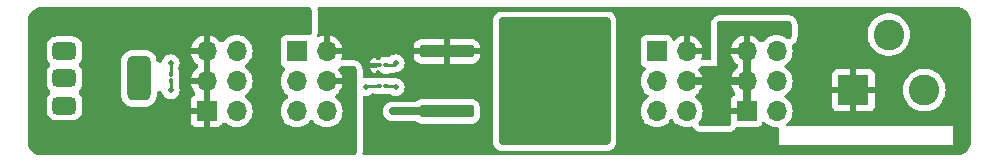
<source format=gbr>
%TF.GenerationSoftware,KiCad,Pcbnew,8.0.4*%
%TF.CreationDate,2024-11-15T14:07:30-05:00*%
%TF.ProjectId,BarrelJackAdapter,42617272-656c-44a6-9163-6b4164617074,rev?*%
%TF.SameCoordinates,Original*%
%TF.FileFunction,Copper,L1,Top*%
%TF.FilePolarity,Positive*%
%FSLAX46Y46*%
G04 Gerber Fmt 4.6, Leading zero omitted, Abs format (unit mm)*
G04 Created by KiCad (PCBNEW 8.0.4) date 2024-11-15 14:07:30*
%MOMM*%
%LPD*%
G01*
G04 APERTURE LIST*
G04 Aperture macros list*
%AMRoundRect*
0 Rectangle with rounded corners*
0 $1 Rounding radius*
0 $2 $3 $4 $5 $6 $7 $8 $9 X,Y pos of 4 corners*
0 Add a 4 corners polygon primitive as box body*
4,1,4,$2,$3,$4,$5,$6,$7,$8,$9,$2,$3,0*
0 Add four circle primitives for the rounded corners*
1,1,$1+$1,$2,$3*
1,1,$1+$1,$4,$5*
1,1,$1+$1,$6,$7*
1,1,$1+$1,$8,$9*
0 Add four rect primitives between the rounded corners*
20,1,$1+$1,$2,$3,$4,$5,0*
20,1,$1+$1,$4,$5,$6,$7,0*
20,1,$1+$1,$6,$7,$8,$9,0*
20,1,$1+$1,$8,$9,$2,$3,0*%
G04 Aperture macros list end*
%TA.AperFunction,SMDPad,CuDef*%
%ADD10RoundRect,0.100000X-0.130000X-0.100000X0.130000X-0.100000X0.130000X0.100000X-0.130000X0.100000X0*%
%TD*%
%TA.AperFunction,ComponentPad*%
%ADD11R,1.700000X1.700000*%
%TD*%
%TA.AperFunction,ComponentPad*%
%ADD12O,1.700000X1.700000*%
%TD*%
%TA.AperFunction,SMDPad,CuDef*%
%ADD13RoundRect,0.375000X-0.625000X-0.375000X0.625000X-0.375000X0.625000X0.375000X-0.625000X0.375000X0*%
%TD*%
%TA.AperFunction,SMDPad,CuDef*%
%ADD14RoundRect,0.500000X-0.500000X-1.400000X0.500000X-1.400000X0.500000X1.400000X-0.500000X1.400000X0*%
%TD*%
%TA.AperFunction,SMDPad,CuDef*%
%ADD15RoundRect,0.250000X-2.050000X-0.300000X2.050000X-0.300000X2.050000X0.300000X-2.050000X0.300000X0*%
%TD*%
%TA.AperFunction,SMDPad,CuDef*%
%ADD16RoundRect,0.250000X-2.025000X-2.375000X2.025000X-2.375000X2.025000X2.375000X-2.025000X2.375000X0*%
%TD*%
%TA.AperFunction,SMDPad,CuDef*%
%ADD17RoundRect,0.250002X-4.449998X-5.149998X4.449998X-5.149998X4.449998X5.149998X-4.449998X5.149998X0*%
%TD*%
%TA.AperFunction,SMDPad,CuDef*%
%ADD18RoundRect,0.100000X0.100000X-0.130000X0.100000X0.130000X-0.100000X0.130000X-0.100000X-0.130000X0*%
%TD*%
%TA.AperFunction,ComponentPad*%
%ADD19R,2.600000X2.600000*%
%TD*%
%TA.AperFunction,ComponentPad*%
%ADD20C,2.600000*%
%TD*%
%TA.AperFunction,ViaPad*%
%ADD21C,0.500000*%
%TD*%
%TA.AperFunction,Conductor*%
%ADD22C,0.254000*%
%TD*%
%TA.AperFunction,Conductor*%
%ADD23C,0.635000*%
%TD*%
G04 APERTURE END LIST*
D10*
%TO.P,C2,1*%
%TO.N,+5V*%
X131415000Y-71515000D03*
%TO.P,C2,2*%
%TO.N,GND*%
X132055000Y-71515000D03*
%TD*%
D11*
%TO.P,J3,1,Pin_1*%
%TO.N,unconnected-(J3-Pin_1-Pad1)*%
X124460000Y-68580000D03*
D12*
%TO.P,J3,2,Pin_2*%
%TO.N,+9V*%
X127000000Y-68580000D03*
%TO.P,J3,3,Pin_3*%
%TO.N,+3.3V*%
X124460000Y-71120000D03*
%TO.P,J3,4,Pin_4*%
%TO.N,/Vleft*%
X127000000Y-71120000D03*
%TO.P,J3,5,Pin_5*%
%TO.N,unconnected-(J3-Pin_5-Pad5)*%
X124460000Y-73660000D03*
%TO.P,J3,6,Pin_6*%
%TO.N,+5V*%
X127000000Y-73660000D03*
%TD*%
D10*
%TO.P,C1,1*%
%TO.N,+9V*%
X131415000Y-69765000D03*
%TO.P,C1,2*%
%TO.N,GND*%
X132055000Y-69765000D03*
%TD*%
D11*
%TO.P,J5,1,Pin_1*%
%TO.N,unconnected-(J5-Pin_1-Pad1)*%
X154940000Y-68580000D03*
D12*
%TO.P,J5,2,Pin_2*%
%TO.N,+9V*%
X157480000Y-68580000D03*
%TO.P,J5,3,Pin_3*%
%TO.N,+3.3V*%
X154940000Y-71120000D03*
%TO.P,J5,4,Pin_4*%
%TO.N,/Vright*%
X157480000Y-71120000D03*
%TO.P,J5,5,Pin_5*%
%TO.N,unconnected-(J5-Pin_5-Pad5)*%
X154940000Y-73660000D03*
%TO.P,J5,6,Pin_6*%
%TO.N,+5V*%
X157480000Y-73660000D03*
%TD*%
D13*
%TO.P,U1,1,GND*%
%TO.N,GND*%
X104800000Y-68580000D03*
%TO.P,U1,2,VO*%
%TO.N,+3.3V*%
X104800000Y-70880000D03*
D14*
X111100000Y-70880000D03*
D13*
%TO.P,U1,3,VI*%
%TO.N,+5V*%
X104800000Y-73180000D03*
%TD*%
D15*
%TO.P,U2,1,IN*%
%TO.N,+9V*%
X137160000Y-68580000D03*
D16*
%TO.P,U2,2,GND*%
%TO.N,GND*%
X143885000Y-68345000D03*
X143885000Y-73895000D03*
D17*
X146310000Y-71120000D03*
D16*
X148735000Y-68345000D03*
X148735000Y-73895000D03*
D15*
%TO.P,U2,3,OUT*%
%TO.N,+5V*%
X137160000Y-73660000D03*
%TD*%
D18*
%TO.P,C3,1*%
%TO.N,+3.3V*%
X113792000Y-71120000D03*
%TO.P,C3,2*%
%TO.N,GND*%
X113792000Y-70480000D03*
%TD*%
D19*
%TO.P,J1,1*%
%TO.N,+9V*%
X171600000Y-71870000D03*
D20*
%TO.P,J1,2*%
%TO.N,GND*%
X177600000Y-71870000D03*
%TO.P,J1,3*%
X174600000Y-67170000D03*
%TD*%
D11*
%TO.P,J4,1,Pin_1*%
%TO.N,/Vright*%
X162560000Y-73645000D03*
D12*
%TO.P,J4,2,Pin_2*%
%TO.N,GND*%
X165100000Y-73645000D03*
%TO.P,J4,3,Pin_3*%
%TO.N,/Vright*%
X162560000Y-71105000D03*
%TO.P,J4,4,Pin_4*%
%TO.N,GND*%
X165100000Y-71105000D03*
%TO.P,J4,5,Pin_5*%
%TO.N,/Vright*%
X162560000Y-68565000D03*
%TO.P,J4,6,Pin_6*%
%TO.N,GND*%
X165100000Y-68565000D03*
%TD*%
D11*
%TO.P,J2,1,Pin_1*%
%TO.N,/Vleft*%
X116835000Y-73645000D03*
D12*
%TO.P,J2,2,Pin_2*%
%TO.N,GND*%
X119375000Y-73645000D03*
%TO.P,J2,3,Pin_3*%
%TO.N,/Vleft*%
X116835000Y-71105000D03*
%TO.P,J2,4,Pin_4*%
%TO.N,GND*%
X119375000Y-71105000D03*
%TO.P,J2,5,Pin_5*%
%TO.N,/Vleft*%
X116835000Y-68565000D03*
%TO.P,J2,6,Pin_6*%
%TO.N,GND*%
X119375000Y-68565000D03*
%TD*%
D21*
%TO.N,GND*%
X104140000Y-68580000D03*
X143256000Y-70358000D03*
X145796000Y-70358000D03*
X147066000Y-74422000D03*
X148336000Y-72390000D03*
X148336000Y-70358000D03*
X147066000Y-71374000D03*
X132842000Y-71628000D03*
X144526000Y-69342000D03*
X145796000Y-72390000D03*
X145796000Y-74422000D03*
X144526000Y-68326000D03*
X145796000Y-69342000D03*
X144526000Y-70358000D03*
X105156000Y-68580000D03*
X149606000Y-72390000D03*
X148336000Y-68326000D03*
X113792000Y-69596000D03*
X148336000Y-73406000D03*
X149606000Y-71374000D03*
X149606000Y-74422000D03*
X147066000Y-69342000D03*
X149606000Y-70358000D03*
X147066000Y-68326000D03*
X145796000Y-68326000D03*
X144526000Y-74422000D03*
X143256000Y-68326000D03*
X148336000Y-71374000D03*
X143256000Y-73406000D03*
X145796000Y-67310000D03*
X148336000Y-69342000D03*
X143256000Y-74422000D03*
X143256000Y-69342000D03*
X149606000Y-67310000D03*
X143256000Y-67310000D03*
X143256000Y-71374000D03*
X149606000Y-73406000D03*
X145796000Y-73406000D03*
X145796000Y-71374000D03*
X147066000Y-73406000D03*
X144526000Y-67310000D03*
X149606000Y-69342000D03*
X144526000Y-73406000D03*
X147066000Y-67310000D03*
X144526000Y-71374000D03*
X147066000Y-72390000D03*
X149606000Y-68326000D03*
X143256000Y-72390000D03*
X132842000Y-69596000D03*
X148336000Y-74422000D03*
X148336000Y-67310000D03*
X144526000Y-72390000D03*
X147066000Y-70358000D03*
%TO.N,+5V*%
X132588000Y-73660000D03*
X134112000Y-73660000D03*
X130302000Y-71628000D03*
X105156000Y-73152000D03*
X133350000Y-73660000D03*
X104140000Y-73152000D03*
%TO.N,+3.3V*%
X113792000Y-71882000D03*
X111252000Y-70104000D03*
X111252000Y-71120000D03*
X111252000Y-72136000D03*
X110744000Y-71628000D03*
X110744000Y-70612000D03*
X110744000Y-69596000D03*
X104140000Y-70866000D03*
X105156000Y-70866000D03*
%TD*%
D22*
%TO.N,GND*%
X132055000Y-71515000D02*
X132729000Y-71515000D01*
X113792000Y-70480000D02*
X113792000Y-69596000D01*
X132729000Y-71515000D02*
X132842000Y-71628000D01*
X132673000Y-69765000D02*
X132842000Y-69596000D01*
X132055000Y-69765000D02*
X132673000Y-69765000D01*
%TO.N,+5V*%
X130415000Y-71515000D02*
X130302000Y-71628000D01*
D23*
X134112000Y-73660000D02*
X133350000Y-73660000D01*
X133350000Y-73660000D02*
X132588000Y-73660000D01*
X137160000Y-73660000D02*
X134112000Y-73660000D01*
D22*
X131415000Y-71515000D02*
X130415000Y-71515000D01*
%TO.N,+3.3V*%
X113792000Y-71120000D02*
X113792000Y-71882000D01*
D23*
%TO.N,/Vright*%
X157480000Y-71120000D02*
X162560000Y-71120000D01*
X162560000Y-68580000D02*
X162560000Y-73660000D01*
%TD*%
%TA.AperFunction,Conductor*%
%TO.N,/Vright*%
G36*
X166216288Y-66058954D02*
G01*
X166297070Y-66112930D01*
X166351046Y-66193712D01*
X166370000Y-66289000D01*
X166370000Y-67327282D01*
X166351046Y-67422570D01*
X166297070Y-67503352D01*
X166216288Y-67557328D01*
X166121000Y-67576282D01*
X166025712Y-67557328D01*
X165978180Y-67531251D01*
X165777830Y-67390965D01*
X165738133Y-67372454D01*
X165563663Y-67291097D01*
X165563660Y-67291096D01*
X165335401Y-67229935D01*
X165100005Y-67209341D01*
X165099995Y-67209341D01*
X164864598Y-67229935D01*
X164636335Y-67291097D01*
X164636333Y-67291098D01*
X164422177Y-67390961D01*
X164422169Y-67390965D01*
X164228600Y-67526504D01*
X164061502Y-67693602D01*
X164033661Y-67733363D01*
X163963479Y-67800546D01*
X163872929Y-67835758D01*
X163775797Y-67833637D01*
X163686871Y-67794507D01*
X163625725Y-67733361D01*
X163598110Y-67693923D01*
X163431076Y-67526889D01*
X163237576Y-67391399D01*
X163023484Y-67291566D01*
X162810001Y-67234363D01*
X162810000Y-67234364D01*
X162810000Y-68131988D01*
X162752993Y-68099075D01*
X162625826Y-68065000D01*
X162494174Y-68065000D01*
X162367007Y-68099075D01*
X162310000Y-68131988D01*
X162310000Y-67234364D01*
X162309998Y-67234363D01*
X162096516Y-67291566D01*
X162096505Y-67291570D01*
X161882428Y-67391396D01*
X161882420Y-67391400D01*
X161688923Y-67526889D01*
X161521889Y-67693923D01*
X161386400Y-67887420D01*
X161386396Y-67887428D01*
X161286570Y-68101505D01*
X161286566Y-68101516D01*
X161229363Y-68314998D01*
X161229364Y-68315000D01*
X162126988Y-68315000D01*
X162094075Y-68372007D01*
X162060000Y-68499174D01*
X162060000Y-68630826D01*
X162094075Y-68757993D01*
X162126988Y-68815000D01*
X161229364Y-68815000D01*
X161229363Y-68815001D01*
X161286566Y-69028483D01*
X161286566Y-69028485D01*
X161386399Y-69242576D01*
X161521889Y-69436076D01*
X161688923Y-69603110D01*
X161728798Y-69631031D01*
X161795982Y-69701213D01*
X161831194Y-69791762D01*
X161829075Y-69888894D01*
X161789946Y-69977821D01*
X161728798Y-70038969D01*
X161688923Y-70066889D01*
X161521889Y-70233923D01*
X161386400Y-70427420D01*
X161386396Y-70427428D01*
X161286570Y-70641505D01*
X161286566Y-70641516D01*
X161229363Y-70854998D01*
X161229364Y-70855000D01*
X162126988Y-70855000D01*
X162094075Y-70912007D01*
X162060000Y-71039174D01*
X162060000Y-71170826D01*
X162094075Y-71297993D01*
X162126988Y-71355000D01*
X161229364Y-71355000D01*
X161229363Y-71355001D01*
X161286566Y-71568483D01*
X161286566Y-71568485D01*
X161386399Y-71782576D01*
X161521896Y-71976085D01*
X161525630Y-71980536D01*
X161527865Y-71984610D01*
X161528126Y-71984983D01*
X161528085Y-71985011D01*
X161572358Y-72065716D01*
X161582932Y-72162294D01*
X161555742Y-72255566D01*
X161494928Y-72331334D01*
X161481708Y-72340359D01*
X161482169Y-72340974D01*
X161352812Y-72437810D01*
X161352810Y-72437812D01*
X161266646Y-72552912D01*
X161216403Y-72687621D01*
X161216401Y-72687628D01*
X161210000Y-72747167D01*
X161210000Y-73394999D01*
X161210001Y-73395000D01*
X162126988Y-73395000D01*
X162094075Y-73452007D01*
X162060000Y-73579174D01*
X162060000Y-73710826D01*
X162094075Y-73837993D01*
X162126988Y-73895000D01*
X161210001Y-73895000D01*
X161210000Y-73895001D01*
X161210000Y-74542832D01*
X161216401Y-74602371D01*
X161219985Y-74617537D01*
X161217195Y-74618196D01*
X161228812Y-74689895D01*
X161206466Y-74784446D01*
X161149638Y-74863247D01*
X161066980Y-74914303D01*
X160979971Y-74930000D01*
X158717717Y-74930000D01*
X158622429Y-74911046D01*
X158541647Y-74857070D01*
X158487671Y-74776288D01*
X158468717Y-74681000D01*
X158487671Y-74585712D01*
X158513748Y-74538179D01*
X158518491Y-74531404D01*
X158518495Y-74531401D01*
X158654035Y-74337830D01*
X158753903Y-74123663D01*
X158815063Y-73895408D01*
X158815099Y-73895000D01*
X158835659Y-73660005D01*
X158835659Y-73659994D01*
X158815064Y-73424598D01*
X158815063Y-73424595D01*
X158815063Y-73424592D01*
X158753903Y-73196337D01*
X158654035Y-72982171D01*
X158518495Y-72788599D01*
X158351401Y-72621505D01*
X158351397Y-72621502D01*
X158351396Y-72621501D01*
X158311638Y-72593662D01*
X158244454Y-72523481D01*
X158209242Y-72432931D01*
X158211362Y-72335800D01*
X158250491Y-72246873D01*
X158311640Y-72185724D01*
X158351075Y-72158111D01*
X158518110Y-71991076D01*
X158653600Y-71797576D01*
X158753433Y-71583485D01*
X158753433Y-71583483D01*
X158810636Y-71370001D01*
X158810636Y-71370000D01*
X157913012Y-71370000D01*
X157945925Y-71312993D01*
X157980000Y-71185826D01*
X157980000Y-71054174D01*
X157945925Y-70927007D01*
X157913012Y-70870000D01*
X158810636Y-70870000D01*
X158810636Y-70869998D01*
X158753433Y-70656516D01*
X158753429Y-70656505D01*
X158653603Y-70442428D01*
X158653599Y-70442421D01*
X158513137Y-70241821D01*
X158474008Y-70152894D01*
X158471889Y-70055762D01*
X158507101Y-69965213D01*
X158574285Y-69895031D01*
X158663212Y-69855902D01*
X158717106Y-69850000D01*
X160019999Y-69850000D01*
X160020000Y-69850000D01*
X160020000Y-66289000D01*
X160038954Y-66193712D01*
X160092930Y-66112930D01*
X160173712Y-66058954D01*
X160269000Y-66040000D01*
X166121000Y-66040000D01*
X166216288Y-66058954D01*
G37*
%TD.AperFunction*%
%TA.AperFunction,Conductor*%
G36*
X162810000Y-73211988D02*
G01*
X162752993Y-73179075D01*
X162625826Y-73145000D01*
X162494174Y-73145000D01*
X162367007Y-73179075D01*
X162310000Y-73211988D01*
X162310000Y-71538012D01*
X162367007Y-71570925D01*
X162494174Y-71605000D01*
X162625826Y-71605000D01*
X162752993Y-71570925D01*
X162810000Y-71538012D01*
X162810000Y-73211988D01*
G37*
%TD.AperFunction*%
%TA.AperFunction,Conductor*%
G36*
X162810000Y-70671988D02*
G01*
X162752993Y-70639075D01*
X162625826Y-70605000D01*
X162494174Y-70605000D01*
X162367007Y-70639075D01*
X162310000Y-70671988D01*
X162310000Y-68998012D01*
X162367007Y-69030925D01*
X162494174Y-69065000D01*
X162625826Y-69065000D01*
X162752993Y-69030925D01*
X162810000Y-68998012D01*
X162810000Y-70671988D01*
G37*
%TD.AperFunction*%
%TD*%
%TA.AperFunction,Conductor*%
%TO.N,/Vleft*%
G36*
X117085000Y-73211988D02*
G01*
X117027993Y-73179075D01*
X116900826Y-73145000D01*
X116769174Y-73145000D01*
X116642007Y-73179075D01*
X116585000Y-73211988D01*
X116585000Y-71538012D01*
X116642007Y-71570925D01*
X116769174Y-71605000D01*
X116900826Y-71605000D01*
X117027993Y-71570925D01*
X117085000Y-71538012D01*
X117085000Y-73211988D01*
G37*
%TD.AperFunction*%
%TA.AperFunction,Conductor*%
G36*
X117085000Y-70671988D02*
G01*
X117027993Y-70639075D01*
X116900826Y-70605000D01*
X116769174Y-70605000D01*
X116642007Y-70639075D01*
X116585000Y-70671988D01*
X116585000Y-68998012D01*
X116642007Y-69030925D01*
X116769174Y-69065000D01*
X116900826Y-69065000D01*
X117027993Y-69030925D01*
X117085000Y-68998012D01*
X117085000Y-70671988D01*
G37*
%TD.AperFunction*%
%TA.AperFunction,Conductor*%
G36*
X125576288Y-64864454D02*
G01*
X125657070Y-64918430D01*
X125711046Y-64999212D01*
X125730000Y-65094500D01*
X125730000Y-66995060D01*
X125711046Y-67090348D01*
X125657070Y-67171130D01*
X125576288Y-67225106D01*
X125481000Y-67244060D01*
X125423745Y-67237388D01*
X125417486Y-67235909D01*
X125357873Y-67229500D01*
X123562134Y-67229500D01*
X123562130Y-67229500D01*
X123562128Y-67229501D01*
X123549314Y-67230878D01*
X123502519Y-67235908D01*
X123502515Y-67235909D01*
X123367670Y-67286203D01*
X123252455Y-67372453D01*
X123252453Y-67372455D01*
X123166204Y-67487669D01*
X123115908Y-67622518D01*
X123109500Y-67682123D01*
X123109500Y-69477865D01*
X123109501Y-69477869D01*
X123115908Y-69537480D01*
X123115909Y-69537484D01*
X123166203Y-69672329D01*
X123166204Y-69672331D01*
X123252454Y-69787546D01*
X123367669Y-69873796D01*
X123367670Y-69873796D01*
X123381927Y-69884469D01*
X123379454Y-69887771D01*
X123427965Y-69928305D01*
X123473006Y-70014389D01*
X123481675Y-70111156D01*
X123452653Y-70203875D01*
X123424855Y-70244605D01*
X123421513Y-70248587D01*
X123285965Y-70442169D01*
X123285961Y-70442177D01*
X123186098Y-70656333D01*
X123186097Y-70656335D01*
X123124935Y-70884598D01*
X123104341Y-71119994D01*
X123104341Y-71120005D01*
X123124935Y-71355401D01*
X123182029Y-71568483D01*
X123186097Y-71583663D01*
X123246847Y-71713941D01*
X123285965Y-71797830D01*
X123417030Y-71985011D01*
X123421505Y-71991401D01*
X123588599Y-72158495D01*
X123627925Y-72186031D01*
X123695107Y-72256209D01*
X123730321Y-72346758D01*
X123728202Y-72443890D01*
X123689074Y-72532818D01*
X123627928Y-72593965D01*
X123588603Y-72621501D01*
X123421504Y-72788600D01*
X123285965Y-72982169D01*
X123285961Y-72982177D01*
X123186098Y-73196333D01*
X123186097Y-73196335D01*
X123124935Y-73424598D01*
X123104341Y-73659994D01*
X123104341Y-73660005D01*
X123124935Y-73895401D01*
X123124937Y-73895408D01*
X123186097Y-74123663D01*
X123211305Y-74177722D01*
X123285965Y-74337830D01*
X123350852Y-74430499D01*
X123421505Y-74531401D01*
X123588599Y-74698495D01*
X123782170Y-74834035D01*
X123996337Y-74933903D01*
X124224592Y-74995063D01*
X124224595Y-74995063D01*
X124224598Y-74995064D01*
X124459995Y-75015659D01*
X124460000Y-75015659D01*
X124460005Y-75015659D01*
X124695401Y-74995064D01*
X124695403Y-74995063D01*
X124695408Y-74995063D01*
X124923663Y-74933903D01*
X125137830Y-74834035D01*
X125331401Y-74698495D01*
X125498495Y-74531401D01*
X125526032Y-74492074D01*
X125596211Y-74424891D01*
X125686760Y-74389678D01*
X125783892Y-74391797D01*
X125872819Y-74430925D01*
X125933967Y-74492073D01*
X125961505Y-74531401D01*
X126128599Y-74698495D01*
X126322170Y-74834035D01*
X126536337Y-74933903D01*
X126764592Y-74995063D01*
X126764595Y-74995063D01*
X126764598Y-74995064D01*
X126999995Y-75015659D01*
X127000000Y-75015659D01*
X127000005Y-75015659D01*
X127235401Y-74995064D01*
X127235403Y-74995063D01*
X127235408Y-74995063D01*
X127463663Y-74933903D01*
X127677830Y-74834035D01*
X127871401Y-74698495D01*
X128038495Y-74531401D01*
X128174035Y-74337830D01*
X128273903Y-74123663D01*
X128335063Y-73895408D01*
X128335099Y-73895000D01*
X128355659Y-73660005D01*
X128355659Y-73659994D01*
X128335064Y-73424598D01*
X128335063Y-73424595D01*
X128335063Y-73424592D01*
X128273903Y-73196337D01*
X128233955Y-73110670D01*
X128174038Y-72982177D01*
X128174034Y-72982169D01*
X128108847Y-72889072D01*
X128038495Y-72788599D01*
X127871401Y-72621505D01*
X127871397Y-72621502D01*
X127871396Y-72621501D01*
X127831638Y-72593662D01*
X127764454Y-72523481D01*
X127729242Y-72432931D01*
X127731362Y-72335800D01*
X127770491Y-72246873D01*
X127831640Y-72185724D01*
X127871075Y-72158111D01*
X128038110Y-71991076D01*
X128173600Y-71797576D01*
X128273433Y-71583485D01*
X128273433Y-71583483D01*
X128330636Y-71370001D01*
X128330636Y-71370000D01*
X127433012Y-71370000D01*
X127465925Y-71312993D01*
X127500000Y-71185826D01*
X127500000Y-71054174D01*
X127465925Y-70927007D01*
X127433012Y-70870000D01*
X128330636Y-70870000D01*
X128330636Y-70869998D01*
X128273433Y-70656516D01*
X128273429Y-70656505D01*
X128173603Y-70442428D01*
X128173599Y-70442421D01*
X128033137Y-70241821D01*
X127994008Y-70152894D01*
X127991889Y-70055762D01*
X128027101Y-69965213D01*
X128094285Y-69895031D01*
X128183212Y-69855902D01*
X128237106Y-69850000D01*
X129291000Y-69850000D01*
X129386288Y-69868954D01*
X129467070Y-69922930D01*
X129521046Y-70003712D01*
X129540000Y-70099000D01*
X129540000Y-77145500D01*
X129521046Y-77240788D01*
X129467070Y-77321570D01*
X129386288Y-77375546D01*
X129291000Y-77394500D01*
X102879777Y-77394500D01*
X102860242Y-77393732D01*
X102833815Y-77391652D01*
X102702676Y-77381331D01*
X102664084Y-77375219D01*
X102519933Y-77340611D01*
X102482774Y-77328537D01*
X102345811Y-77271805D01*
X102310998Y-77254067D01*
X102265670Y-77226290D01*
X102184593Y-77176606D01*
X102152998Y-77153651D01*
X102040252Y-77057357D01*
X102012642Y-77029747D01*
X101916346Y-76916999D01*
X101893395Y-76885408D01*
X101815930Y-76758998D01*
X101798194Y-76724188D01*
X101741462Y-76587225D01*
X101729388Y-76550066D01*
X101694780Y-76405915D01*
X101688668Y-76367321D01*
X101676268Y-76209757D01*
X101675500Y-76190222D01*
X101675500Y-68128880D01*
X103299500Y-68128880D01*
X103299500Y-69031111D01*
X103299501Y-69031130D01*
X103302400Y-69073890D01*
X103302400Y-69073892D01*
X103348359Y-69258694D01*
X103432967Y-69429291D01*
X103432969Y-69429294D01*
X103432970Y-69429296D01*
X103472809Y-69478858D01*
X103549286Y-69574000D01*
X103594211Y-69660144D01*
X103602751Y-69756923D01*
X103573605Y-69849603D01*
X103549286Y-69886000D01*
X103432969Y-70030705D01*
X103432967Y-70030708D01*
X103348358Y-70201306D01*
X103302399Y-70386112D01*
X103302398Y-70386123D01*
X103299501Y-70428847D01*
X103299500Y-70428880D01*
X103299500Y-71331111D01*
X103299501Y-71331130D01*
X103302400Y-71373890D01*
X103302400Y-71373892D01*
X103348359Y-71558694D01*
X103432967Y-71729291D01*
X103432969Y-71729294D01*
X103432970Y-71729296D01*
X103475798Y-71782576D01*
X103549286Y-71874000D01*
X103594211Y-71960144D01*
X103602751Y-72056923D01*
X103573605Y-72149603D01*
X103549286Y-72186000D01*
X103432969Y-72330705D01*
X103432967Y-72330708D01*
X103348358Y-72501306D01*
X103302399Y-72686112D01*
X103302398Y-72686123D01*
X103299501Y-72728847D01*
X103299500Y-72728880D01*
X103299500Y-73631111D01*
X103299501Y-73631130D01*
X103302400Y-73673890D01*
X103302400Y-73673892D01*
X103348359Y-73858694D01*
X103432967Y-74029291D01*
X103432968Y-74029293D01*
X103432970Y-74029296D01*
X103552278Y-74177722D01*
X103700704Y-74297030D01*
X103700707Y-74297031D01*
X103700708Y-74297032D01*
X103871306Y-74381641D01*
X103963709Y-74404620D01*
X104056111Y-74427600D01*
X104056114Y-74427600D01*
X104056123Y-74427601D01*
X104098847Y-74430498D01*
X104098877Y-74430500D01*
X105501122Y-74430499D01*
X105543889Y-74427600D01*
X105728693Y-74381641D01*
X105899296Y-74297030D01*
X106047722Y-74177722D01*
X106167030Y-74029296D01*
X106251641Y-73858693D01*
X106297600Y-73673889D01*
X106298542Y-73660005D01*
X106300498Y-73631152D01*
X106300497Y-73631152D01*
X106300500Y-73631123D01*
X106300499Y-72728878D01*
X106297600Y-72686111D01*
X106251641Y-72501307D01*
X106167030Y-72330704D01*
X106050712Y-72185998D01*
X106005788Y-72099857D01*
X105997248Y-72003078D01*
X106026393Y-71910398D01*
X106050710Y-71874003D01*
X106167030Y-71729296D01*
X106251641Y-71558693D01*
X106297600Y-71373889D01*
X106300500Y-71331123D01*
X106300499Y-70428878D01*
X106297600Y-70386111D01*
X106251641Y-70201307D01*
X106167030Y-70030704D01*
X106050712Y-69885998D01*
X106005788Y-69799857D01*
X105997248Y-69703078D01*
X106026393Y-69610398D01*
X106050710Y-69574003D01*
X106167030Y-69429296D01*
X106170667Y-69421963D01*
X109599500Y-69421963D01*
X109599500Y-72338031D01*
X109599501Y-72338043D01*
X109610113Y-72457414D01*
X109610113Y-72457417D01*
X109610114Y-72457418D01*
X109649187Y-72593970D01*
X109666090Y-72653045D01*
X109666093Y-72653053D01*
X109705700Y-72728878D01*
X109760302Y-72833407D01*
X109888891Y-72991109D01*
X110046593Y-73119698D01*
X110226951Y-73213909D01*
X110422582Y-73269886D01*
X110541963Y-73280500D01*
X111658036Y-73280499D01*
X111777418Y-73269886D01*
X111973049Y-73213909D01*
X112153407Y-73119698D01*
X112311109Y-72991109D01*
X112439698Y-72833407D01*
X112484746Y-72747167D01*
X115485000Y-72747167D01*
X115485000Y-73394999D01*
X115485001Y-73395000D01*
X116401988Y-73395000D01*
X116369075Y-73452007D01*
X116335000Y-73579174D01*
X116335000Y-73710826D01*
X116369075Y-73837993D01*
X116401988Y-73895000D01*
X115485001Y-73895000D01*
X115485000Y-73895001D01*
X115485000Y-74542832D01*
X115491401Y-74602371D01*
X115491403Y-74602378D01*
X115541646Y-74737087D01*
X115627810Y-74852187D01*
X115627812Y-74852189D01*
X115742912Y-74938353D01*
X115877621Y-74988596D01*
X115877628Y-74988598D01*
X115937167Y-74994999D01*
X115937175Y-74995000D01*
X116584999Y-74995000D01*
X116585000Y-74994999D01*
X116585000Y-74078012D01*
X116642007Y-74110925D01*
X116769174Y-74145000D01*
X116900826Y-74145000D01*
X117027993Y-74110925D01*
X117085000Y-74078012D01*
X117085000Y-74994999D01*
X117085001Y-74995000D01*
X117732825Y-74995000D01*
X117732832Y-74994999D01*
X117792371Y-74988598D01*
X117792378Y-74988596D01*
X117927087Y-74938353D01*
X118042187Y-74852189D01*
X118042189Y-74852187D01*
X118139026Y-74722831D01*
X118142313Y-74725291D01*
X118182897Y-74676714D01*
X118268978Y-74631667D01*
X118365745Y-74622991D01*
X118458466Y-74652007D01*
X118499223Y-74679823D01*
X118503593Y-74683489D01*
X118503599Y-74683495D01*
X118697170Y-74819035D01*
X118911337Y-74918903D01*
X119139592Y-74980063D01*
X119139595Y-74980063D01*
X119139598Y-74980064D01*
X119374995Y-75000659D01*
X119375000Y-75000659D01*
X119375005Y-75000659D01*
X119610401Y-74980064D01*
X119610403Y-74980063D01*
X119610408Y-74980063D01*
X119838663Y-74918903D01*
X120052830Y-74819035D01*
X120246401Y-74683495D01*
X120413495Y-74516401D01*
X120549035Y-74322830D01*
X120648903Y-74108663D01*
X120710063Y-73880408D01*
X120724900Y-73710826D01*
X120730659Y-73645005D01*
X120730659Y-73644994D01*
X120710064Y-73409598D01*
X120710063Y-73409595D01*
X120710063Y-73409592D01*
X120648903Y-73181337D01*
X120560196Y-72991106D01*
X120549038Y-72967177D01*
X120549034Y-72967169D01*
X120494350Y-72889072D01*
X120413495Y-72773599D01*
X120246401Y-72606505D01*
X120207074Y-72578967D01*
X120139891Y-72508789D01*
X120104678Y-72418240D01*
X120106797Y-72321108D01*
X120145925Y-72232181D01*
X120207073Y-72171032D01*
X120246401Y-72143495D01*
X120413495Y-71976401D01*
X120549035Y-71782830D01*
X120648903Y-71568663D01*
X120710063Y-71340408D01*
X120710875Y-71331130D01*
X120730659Y-71105005D01*
X120730659Y-71104994D01*
X120710064Y-70869598D01*
X120710063Y-70869595D01*
X120710063Y-70869592D01*
X120648903Y-70641337D01*
X120556146Y-70442421D01*
X120549038Y-70427177D01*
X120549034Y-70427169D01*
X120467439Y-70310640D01*
X120413495Y-70233599D01*
X120246401Y-70066505D01*
X120207074Y-70038967D01*
X120139891Y-69968789D01*
X120104678Y-69878240D01*
X120106797Y-69781108D01*
X120145925Y-69692181D01*
X120207073Y-69631032D01*
X120246401Y-69603495D01*
X120413495Y-69436401D01*
X120549035Y-69242830D01*
X120648903Y-69028663D01*
X120710063Y-68800408D01*
X120710064Y-68800401D01*
X120730659Y-68565005D01*
X120730659Y-68564994D01*
X120710064Y-68329598D01*
X120710063Y-68329595D01*
X120710063Y-68329592D01*
X120648903Y-68101337D01*
X120549035Y-67887171D01*
X120413495Y-67693599D01*
X120246401Y-67526505D01*
X120190937Y-67487669D01*
X120052830Y-67390965D01*
X119921018Y-67329500D01*
X119838663Y-67291097D01*
X119838660Y-67291096D01*
X119610401Y-67229935D01*
X119375005Y-67209341D01*
X119374995Y-67209341D01*
X119139598Y-67229935D01*
X118911335Y-67291097D01*
X118911333Y-67291098D01*
X118697177Y-67390961D01*
X118697169Y-67390965D01*
X118503600Y-67526504D01*
X118336502Y-67693602D01*
X118308661Y-67733363D01*
X118238479Y-67800546D01*
X118147929Y-67835758D01*
X118050797Y-67833637D01*
X117961871Y-67794507D01*
X117900725Y-67733361D01*
X117873110Y-67693923D01*
X117706076Y-67526889D01*
X117512576Y-67391399D01*
X117298484Y-67291566D01*
X117085001Y-67234363D01*
X117085000Y-67234364D01*
X117085000Y-68131988D01*
X117027993Y-68099075D01*
X116900826Y-68065000D01*
X116769174Y-68065000D01*
X116642007Y-68099075D01*
X116585000Y-68131988D01*
X116585000Y-67234364D01*
X116584998Y-67234363D01*
X116371516Y-67291566D01*
X116371505Y-67291570D01*
X116157428Y-67391396D01*
X116157420Y-67391400D01*
X115963923Y-67526889D01*
X115796889Y-67693923D01*
X115661400Y-67887420D01*
X115661396Y-67887428D01*
X115561570Y-68101505D01*
X115561566Y-68101516D01*
X115504363Y-68314998D01*
X115504364Y-68315000D01*
X116401988Y-68315000D01*
X116369075Y-68372007D01*
X116335000Y-68499174D01*
X116335000Y-68630826D01*
X116369075Y-68757993D01*
X116401988Y-68815000D01*
X115504364Y-68815000D01*
X115504363Y-68815001D01*
X115561566Y-69028483D01*
X115561566Y-69028485D01*
X115661399Y-69242576D01*
X115796889Y-69436076D01*
X115963923Y-69603110D01*
X116003798Y-69631031D01*
X116070982Y-69701213D01*
X116106194Y-69791762D01*
X116104075Y-69888894D01*
X116064946Y-69977821D01*
X116003798Y-70038969D01*
X115963923Y-70066889D01*
X115796889Y-70233923D01*
X115661400Y-70427420D01*
X115661396Y-70427428D01*
X115561570Y-70641505D01*
X115561566Y-70641516D01*
X115504363Y-70854998D01*
X115504364Y-70855000D01*
X116401988Y-70855000D01*
X116369075Y-70912007D01*
X116335000Y-71039174D01*
X116335000Y-71170826D01*
X116369075Y-71297993D01*
X116401988Y-71355000D01*
X115504364Y-71355000D01*
X115504363Y-71355001D01*
X115561566Y-71568483D01*
X115561566Y-71568485D01*
X115661399Y-71782576D01*
X115796896Y-71976085D01*
X115800630Y-71980536D01*
X115802865Y-71984610D01*
X115803126Y-71984983D01*
X115803085Y-71985011D01*
X115847358Y-72065716D01*
X115857932Y-72162294D01*
X115830742Y-72255566D01*
X115769928Y-72331334D01*
X115756708Y-72340359D01*
X115757169Y-72340974D01*
X115627812Y-72437810D01*
X115627810Y-72437812D01*
X115541646Y-72552912D01*
X115491403Y-72687621D01*
X115491401Y-72687628D01*
X115485000Y-72747167D01*
X112484746Y-72747167D01*
X112533909Y-72653049D01*
X112589886Y-72457418D01*
X112600500Y-72338037D01*
X112600499Y-72214715D01*
X112619452Y-72119432D01*
X112673428Y-72038650D01*
X112754209Y-71984673D01*
X112849497Y-71965718D01*
X112944785Y-71984671D01*
X113025567Y-72038647D01*
X113079544Y-72119428D01*
X113084526Y-72132478D01*
X113111543Y-72209688D01*
X113111544Y-72209690D01*
X113201523Y-72352890D01*
X113321110Y-72472477D01*
X113417142Y-72532818D01*
X113464313Y-72562458D01*
X113554372Y-72593970D01*
X113623941Y-72618313D01*
X113623942Y-72618313D01*
X113623946Y-72618314D01*
X113791996Y-72637249D01*
X113792000Y-72637249D01*
X113792004Y-72637249D01*
X113960053Y-72618314D01*
X113960055Y-72618313D01*
X113960059Y-72618313D01*
X114045978Y-72588248D01*
X114119686Y-72562458D01*
X114119688Y-72562456D01*
X114119690Y-72562456D01*
X114262890Y-72472477D01*
X114382477Y-72352890D01*
X114472456Y-72209690D01*
X114472456Y-72209688D01*
X114472458Y-72209686D01*
X114498248Y-72135978D01*
X114528313Y-72050059D01*
X114534288Y-71997030D01*
X114547249Y-71882003D01*
X114547249Y-71881996D01*
X114528314Y-71713946D01*
X114528314Y-71713945D01*
X114483518Y-71585925D01*
X114477961Y-71570044D01*
X114464381Y-71473845D01*
X114475920Y-71423351D01*
X114472821Y-71422521D01*
X114477041Y-71406767D01*
X114477044Y-71406762D01*
X114492500Y-71289361D01*
X114492499Y-70950640D01*
X114489388Y-70927007D01*
X114476947Y-70832498D01*
X114476947Y-70767499D01*
X114485188Y-70704901D01*
X114492500Y-70649361D01*
X114492499Y-70310640D01*
X114477044Y-70193238D01*
X114457156Y-70145224D01*
X114438203Y-70049940D01*
X114457157Y-69954652D01*
X114466588Y-69936396D01*
X114466385Y-69936299D01*
X114472452Y-69923698D01*
X114472453Y-69923694D01*
X114472456Y-69923690D01*
X114528313Y-69764059D01*
X114529117Y-69756923D01*
X114547249Y-69596003D01*
X114547249Y-69595996D01*
X114528314Y-69427946D01*
X114528313Y-69427942D01*
X114526221Y-69421964D01*
X114488876Y-69315235D01*
X114472458Y-69268313D01*
X114445031Y-69224664D01*
X114382477Y-69125110D01*
X114262890Y-69005523D01*
X114137281Y-68926597D01*
X114119686Y-68915541D01*
X113960057Y-68859686D01*
X113960053Y-68859685D01*
X113792004Y-68840751D01*
X113791996Y-68840751D01*
X113623946Y-68859685D01*
X113623942Y-68859686D01*
X113464313Y-68915541D01*
X113321111Y-69005522D01*
X113201522Y-69125111D01*
X113111542Y-69268312D01*
X113074060Y-69375432D01*
X113024698Y-69459113D01*
X112947070Y-69517534D01*
X112852995Y-69541801D01*
X112756794Y-69528220D01*
X112673113Y-69478858D01*
X112614692Y-69401230D01*
X112591011Y-69315235D01*
X112589886Y-69302587D01*
X112589886Y-69302582D01*
X112533909Y-69106951D01*
X112439698Y-68926593D01*
X112311109Y-68768891D01*
X112153407Y-68640302D01*
X112153402Y-68640299D01*
X111973053Y-68546093D01*
X111973052Y-68546092D01*
X111973049Y-68546091D01*
X111777418Y-68490114D01*
X111658037Y-68479500D01*
X111658035Y-68479500D01*
X110541968Y-68479500D01*
X110541956Y-68479501D01*
X110422585Y-68490113D01*
X110226954Y-68546090D01*
X110226946Y-68546093D01*
X110046597Y-68640299D01*
X110046592Y-68640302D01*
X109888893Y-68768889D01*
X109888889Y-68768893D01*
X109760302Y-68926592D01*
X109760299Y-68926597D01*
X109666093Y-69106946D01*
X109666090Y-69106954D01*
X109610115Y-69302578D01*
X109610114Y-69302582D01*
X109599500Y-69421963D01*
X106170667Y-69421963D01*
X106251641Y-69258693D01*
X106297600Y-69073889D01*
X106300500Y-69031123D01*
X106300499Y-68128878D01*
X106297600Y-68086111D01*
X106251641Y-67901307D01*
X106167030Y-67730704D01*
X106047722Y-67582278D01*
X105899296Y-67462970D01*
X105899293Y-67462968D01*
X105899291Y-67462967D01*
X105728693Y-67378358D01*
X105543887Y-67332399D01*
X105543876Y-67332398D01*
X105501152Y-67329501D01*
X105501126Y-67329500D01*
X105501123Y-67329500D01*
X105501119Y-67329500D01*
X104098888Y-67329500D01*
X104098869Y-67329501D01*
X104056109Y-67332400D01*
X104056107Y-67332400D01*
X103871305Y-67378359D01*
X103700708Y-67462967D01*
X103700704Y-67462970D01*
X103552281Y-67582275D01*
X103552275Y-67582281D01*
X103432970Y-67730704D01*
X103432967Y-67730708D01*
X103348358Y-67901306D01*
X103302399Y-68086112D01*
X103302398Y-68086123D01*
X103299501Y-68128847D01*
X103299500Y-68128880D01*
X101675500Y-68128880D01*
X101675500Y-66049777D01*
X101676268Y-66030242D01*
X101688668Y-65872678D01*
X101694778Y-65834092D01*
X101729389Y-65689926D01*
X101741462Y-65652774D01*
X101798196Y-65515806D01*
X101815927Y-65481006D01*
X101893398Y-65354584D01*
X101916341Y-65323006D01*
X102012648Y-65210245D01*
X102040245Y-65182648D01*
X102153006Y-65086341D01*
X102184584Y-65063398D01*
X102311006Y-64985927D01*
X102345806Y-64968196D01*
X102482778Y-64911460D01*
X102519926Y-64899389D01*
X102664092Y-64864778D01*
X102702674Y-64858668D01*
X102838894Y-64847948D01*
X102860242Y-64846268D01*
X102879777Y-64845500D01*
X125481000Y-64845500D01*
X125576288Y-64864454D01*
G37*
%TD.AperFunction*%
%TD*%
%TA.AperFunction,Conductor*%
%TO.N,+9V*%
G36*
X180344853Y-64845882D02*
G01*
X180373863Y-64848165D01*
X180517136Y-64859440D01*
X180536346Y-64862483D01*
X180699638Y-64901686D01*
X180718130Y-64907694D01*
X180841090Y-64958626D01*
X180873277Y-64971959D01*
X180890614Y-64980793D01*
X181033786Y-65068529D01*
X181049527Y-65079965D01*
X181177217Y-65189022D01*
X181190977Y-65202782D01*
X181300034Y-65330472D01*
X181311470Y-65346213D01*
X181399206Y-65489385D01*
X181408040Y-65506722D01*
X181472302Y-65661862D01*
X181478315Y-65680368D01*
X181517515Y-65843648D01*
X181520559Y-65862866D01*
X181534118Y-66035146D01*
X181534500Y-66044875D01*
X181534500Y-76195124D01*
X181534118Y-76204853D01*
X181520559Y-76377133D01*
X181517515Y-76396351D01*
X181478315Y-76559631D01*
X181472302Y-76578137D01*
X181408040Y-76733277D01*
X181399206Y-76750614D01*
X181311470Y-76893786D01*
X181300034Y-76909527D01*
X181190977Y-77037217D01*
X181177217Y-77050977D01*
X181049527Y-77160034D01*
X181033786Y-77171470D01*
X180890614Y-77259206D01*
X180873277Y-77268040D01*
X180718137Y-77332302D01*
X180699631Y-77338315D01*
X180536351Y-77377515D01*
X180517133Y-77380559D01*
X180344854Y-77394118D01*
X180335125Y-77394500D01*
X130156968Y-77394500D01*
X130089929Y-77374815D01*
X130044174Y-77322011D01*
X130034230Y-77252853D01*
X130035353Y-77246299D01*
X130035787Y-77244118D01*
X130045500Y-77145500D01*
X130045500Y-73579429D01*
X131770000Y-73579429D01*
X131770000Y-73740570D01*
X131801433Y-73898594D01*
X131801435Y-73898602D01*
X131863096Y-74047466D01*
X131952619Y-74181447D01*
X132066552Y-74295380D01*
X132200533Y-74384903D01*
X132274965Y-74415733D01*
X132349398Y-74446565D01*
X132507429Y-74477999D01*
X132507433Y-74478000D01*
X132507434Y-74478000D01*
X133269434Y-74478000D01*
X134031434Y-74478000D01*
X134515270Y-74478000D01*
X134582309Y-74497685D01*
X134602951Y-74514319D01*
X134641344Y-74552712D01*
X134790666Y-74644814D01*
X134957203Y-74699999D01*
X135059991Y-74710500D01*
X139260008Y-74710499D01*
X139362797Y-74699999D01*
X139529334Y-74644814D01*
X139678656Y-74552712D01*
X139802712Y-74428656D01*
X139894814Y-74279334D01*
X139949999Y-74112797D01*
X139960500Y-74010009D01*
X139960499Y-73309992D01*
X139956672Y-73272532D01*
X139949999Y-73207203D01*
X139949998Y-73207200D01*
X139913842Y-73098089D01*
X139894814Y-73040666D01*
X139802712Y-72891344D01*
X139678656Y-72767288D01*
X139529334Y-72675186D01*
X139362797Y-72620001D01*
X139362795Y-72620000D01*
X139260010Y-72609500D01*
X135059998Y-72609500D01*
X135059981Y-72609501D01*
X134957203Y-72620000D01*
X134957200Y-72620001D01*
X134790668Y-72675185D01*
X134790663Y-72675187D01*
X134641342Y-72767289D01*
X134602951Y-72805681D01*
X134541628Y-72839166D01*
X134515270Y-72842000D01*
X132507429Y-72842000D01*
X132349405Y-72873433D01*
X132349397Y-72873435D01*
X132200533Y-72935096D01*
X132066552Y-73024619D01*
X131952619Y-73138552D01*
X131863096Y-73272533D01*
X131801435Y-73421397D01*
X131801433Y-73421405D01*
X131770000Y-73579429D01*
X130045500Y-73579429D01*
X130045500Y-72493104D01*
X130065185Y-72426065D01*
X130117989Y-72380310D01*
X130183384Y-72369884D01*
X130301998Y-72383249D01*
X130302000Y-72383249D01*
X130302003Y-72383249D01*
X130470056Y-72364314D01*
X130470059Y-72364313D01*
X130629690Y-72308456D01*
X130629692Y-72308454D01*
X130629694Y-72308454D01*
X130629697Y-72308452D01*
X130772884Y-72218481D01*
X130772885Y-72218480D01*
X130772890Y-72218477D01*
X130812548Y-72178819D01*
X130873871Y-72145334D01*
X130900229Y-72142500D01*
X130964650Y-72142500D01*
X131012102Y-72151938D01*
X131128238Y-72200044D01*
X131245639Y-72215500D01*
X131584360Y-72215499D01*
X131584363Y-72215499D01*
X131701755Y-72200045D01*
X131701755Y-72200044D01*
X131701762Y-72200044D01*
X131701767Y-72200041D01*
X131702900Y-72199739D01*
X131704085Y-72199738D01*
X131709821Y-72198984D01*
X131709920Y-72199738D01*
X131760080Y-72199737D01*
X131760180Y-72198983D01*
X131765907Y-72199737D01*
X131767091Y-72199737D01*
X131768234Y-72200043D01*
X131768236Y-72200043D01*
X131768238Y-72200044D01*
X131885639Y-72215500D01*
X132224360Y-72215499D01*
X132297458Y-72205876D01*
X132366494Y-72216642D01*
X132379614Y-72223820D01*
X132514310Y-72308456D01*
X132635621Y-72350904D01*
X132673943Y-72364314D01*
X132841997Y-72383249D01*
X132842000Y-72383249D01*
X132842003Y-72383249D01*
X133010056Y-72364314D01*
X133010059Y-72364313D01*
X133169690Y-72308456D01*
X133169692Y-72308454D01*
X133169694Y-72308454D01*
X133169697Y-72308452D01*
X133312884Y-72218481D01*
X133312885Y-72218480D01*
X133312890Y-72218477D01*
X133432477Y-72098890D01*
X133500017Y-71991402D01*
X133522452Y-71955697D01*
X133522454Y-71955694D01*
X133522454Y-71955692D01*
X133522456Y-71955690D01*
X133578313Y-71796059D01*
X133578313Y-71796058D01*
X133578314Y-71796056D01*
X133597249Y-71628002D01*
X133597249Y-71627997D01*
X133578314Y-71459943D01*
X133541737Y-71355413D01*
X133522456Y-71300310D01*
X133522455Y-71300309D01*
X133522454Y-71300305D01*
X133522452Y-71300302D01*
X133432481Y-71157115D01*
X133432476Y-71157109D01*
X133312890Y-71037523D01*
X133312884Y-71037518D01*
X133169697Y-70947547D01*
X133169694Y-70947545D01*
X133010056Y-70891685D01*
X132842003Y-70872751D01*
X132841998Y-70872751D01*
X132718023Y-70886720D01*
X132704139Y-70887500D01*
X132505350Y-70887500D01*
X132457897Y-70878061D01*
X132341762Y-70829956D01*
X132341760Y-70829955D01*
X132224361Y-70814500D01*
X131885636Y-70814500D01*
X131768234Y-70829955D01*
X131767083Y-70830264D01*
X131765891Y-70830264D01*
X131760179Y-70831016D01*
X131760080Y-70830264D01*
X131709919Y-70830264D01*
X131709820Y-70831017D01*
X131704107Y-70830264D01*
X131702917Y-70830265D01*
X131701765Y-70829956D01*
X131584361Y-70814500D01*
X131245636Y-70814500D01*
X131128246Y-70829953D01*
X131128237Y-70829956D01*
X131012103Y-70878061D01*
X130964650Y-70887500D01*
X130439861Y-70887500D01*
X130425977Y-70886720D01*
X130302002Y-70872751D01*
X130301996Y-70872751D01*
X130183383Y-70886115D01*
X130114561Y-70874060D01*
X130063182Y-70826711D01*
X130045500Y-70762895D01*
X130045500Y-70099002D01*
X130045500Y-70099000D01*
X130035787Y-70000382D01*
X130016833Y-69905094D01*
X130008845Y-69873797D01*
X130003453Y-69852672D01*
X130003452Y-69852670D01*
X130003451Y-69852665D01*
X129941356Y-69722874D01*
X129887380Y-69642092D01*
X129854947Y-69598767D01*
X129817355Y-69565000D01*
X130692987Y-69565000D01*
X131200500Y-69565000D01*
X131267539Y-69584685D01*
X131313294Y-69637489D01*
X131324500Y-69688999D01*
X131324501Y-69840999D01*
X131304817Y-69908039D01*
X131252013Y-69953794D01*
X131200501Y-69965000D01*
X130692990Y-69965000D01*
X130692988Y-69965001D01*
X130700442Y-70021627D01*
X130700444Y-70021633D01*
X130760899Y-70167585D01*
X130857075Y-70292924D01*
X130982413Y-70389100D01*
X131128365Y-70449554D01*
X131128369Y-70449555D01*
X131215000Y-70460961D01*
X131215000Y-70291431D01*
X131234685Y-70224392D01*
X131287489Y-70178637D01*
X131356647Y-70168693D01*
X131420203Y-70197718D01*
X131437372Y-70215941D01*
X131496718Y-70293282D01*
X131566487Y-70346817D01*
X131607689Y-70403243D01*
X131615000Y-70445192D01*
X131615000Y-70460959D01*
X131615001Y-70460960D01*
X131701622Y-70449558D01*
X131701917Y-70449479D01*
X131702222Y-70449478D01*
X131709690Y-70448496D01*
X131709819Y-70449478D01*
X131760115Y-70449476D01*
X131760180Y-70448983D01*
X131763925Y-70449476D01*
X131766121Y-70449476D01*
X131768230Y-70450040D01*
X131768238Y-70450044D01*
X131885639Y-70465500D01*
X132224360Y-70465499D01*
X132224363Y-70465499D01*
X132341753Y-70450046D01*
X132341757Y-70450044D01*
X132341762Y-70450044D01*
X132457897Y-70401938D01*
X132505350Y-70392500D01*
X132734804Y-70392500D01*
X132734805Y-70392499D01*
X132856035Y-70368386D01*
X132901938Y-70349371D01*
X132935506Y-70340713D01*
X133010055Y-70332314D01*
X133010057Y-70332313D01*
X133010059Y-70332313D01*
X133169690Y-70276456D01*
X133169693Y-70276453D01*
X133169697Y-70276452D01*
X133312884Y-70186481D01*
X133312885Y-70186480D01*
X133312890Y-70186477D01*
X133432477Y-70066890D01*
X133432481Y-70066884D01*
X133522452Y-69923697D01*
X133522454Y-69923694D01*
X133522454Y-69923692D01*
X133522456Y-69923690D01*
X133578313Y-69764059D01*
X133578313Y-69764058D01*
X133578314Y-69764056D01*
X133597249Y-69596002D01*
X133597249Y-69595997D01*
X133578314Y-69427943D01*
X133522454Y-69268305D01*
X133522452Y-69268302D01*
X133432481Y-69125115D01*
X133432476Y-69125109D01*
X133312890Y-69005523D01*
X133312884Y-69005518D01*
X133192676Y-68929986D01*
X134360001Y-68929986D01*
X134370494Y-69032697D01*
X134425641Y-69199119D01*
X134425643Y-69199124D01*
X134517684Y-69348345D01*
X134641654Y-69472315D01*
X134790875Y-69564356D01*
X134790880Y-69564358D01*
X134957302Y-69619505D01*
X134957309Y-69619506D01*
X135060019Y-69629999D01*
X136909999Y-69629999D01*
X137410000Y-69629999D01*
X139259972Y-69629999D01*
X139259986Y-69629998D01*
X139362697Y-69619505D01*
X139529119Y-69564358D01*
X139529124Y-69564356D01*
X139678345Y-69472315D01*
X139802315Y-69348345D01*
X139894356Y-69199124D01*
X139894358Y-69199119D01*
X139949505Y-69032697D01*
X139949506Y-69032690D01*
X139959999Y-68929986D01*
X139960000Y-68929973D01*
X139960000Y-68830000D01*
X137410000Y-68830000D01*
X137410000Y-69629999D01*
X136909999Y-69629999D01*
X136910000Y-69629998D01*
X136910000Y-68830000D01*
X134360001Y-68830000D01*
X134360001Y-68929986D01*
X133192676Y-68929986D01*
X133169697Y-68915547D01*
X133169694Y-68915545D01*
X133010056Y-68859685D01*
X132842003Y-68840751D01*
X132841997Y-68840751D01*
X132673943Y-68859685D01*
X132514305Y-68915545D01*
X132514302Y-68915547D01*
X132371112Y-69005520D01*
X132345159Y-69031473D01*
X132283835Y-69064957D01*
X132241294Y-69066729D01*
X132224371Y-69064501D01*
X132224366Y-69064500D01*
X132224361Y-69064500D01*
X132224354Y-69064500D01*
X131885637Y-69064500D01*
X131768236Y-69079955D01*
X131766111Y-69080525D01*
X131763910Y-69080525D01*
X131760181Y-69081016D01*
X131760116Y-69080525D01*
X131709815Y-69080525D01*
X131709687Y-69081505D01*
X131702251Y-69080525D01*
X131701937Y-69080526D01*
X131701633Y-69080444D01*
X131615000Y-69069038D01*
X131615000Y-69084807D01*
X131595315Y-69151846D01*
X131566488Y-69183181D01*
X131496718Y-69236718D01*
X131437374Y-69314056D01*
X131380948Y-69355257D01*
X131311202Y-69359412D01*
X131250281Y-69325199D01*
X131217529Y-69263482D01*
X131215000Y-69238568D01*
X131215000Y-69069038D01*
X131128369Y-69080444D01*
X131128365Y-69080445D01*
X130982413Y-69140899D01*
X130857075Y-69237075D01*
X130760899Y-69362413D01*
X130700444Y-69508368D01*
X130692987Y-69565000D01*
X129817355Y-69565000D01*
X129747908Y-69502620D01*
X129679267Y-69456756D01*
X129667130Y-69448646D01*
X129667125Y-69448643D01*
X129620598Y-69421037D01*
X129620596Y-69421036D01*
X129620591Y-69421034D01*
X129541726Y-69393212D01*
X129484904Y-69373166D01*
X129389616Y-69354212D01*
X129310424Y-69346413D01*
X129291000Y-69344500D01*
X128327709Y-69344500D01*
X128260670Y-69324815D01*
X128214915Y-69272011D01*
X128204971Y-69202853D01*
X128215327Y-69168095D01*
X128273429Y-69043492D01*
X128273432Y-69043486D01*
X128330636Y-68830000D01*
X127433012Y-68830000D01*
X127465925Y-68772993D01*
X127500000Y-68645826D01*
X127500000Y-68514174D01*
X127465925Y-68387007D01*
X127433012Y-68330000D01*
X128330636Y-68330000D01*
X128330635Y-68329999D01*
X128303844Y-68230013D01*
X134360000Y-68230013D01*
X134360000Y-68330000D01*
X136910000Y-68330000D01*
X137410000Y-68330000D01*
X139959999Y-68330000D01*
X139959999Y-68230028D01*
X139959998Y-68230013D01*
X139949505Y-68127302D01*
X139894358Y-67960880D01*
X139894356Y-67960875D01*
X139802315Y-67811654D01*
X139678345Y-67687684D01*
X139529124Y-67595643D01*
X139529119Y-67595641D01*
X139362697Y-67540494D01*
X139362690Y-67540493D01*
X139259986Y-67530000D01*
X137410000Y-67530000D01*
X137410000Y-68330000D01*
X136910000Y-68330000D01*
X136910000Y-67530000D01*
X135060028Y-67530000D01*
X135060012Y-67530001D01*
X134957302Y-67540494D01*
X134790880Y-67595641D01*
X134790875Y-67595643D01*
X134641654Y-67687684D01*
X134517684Y-67811654D01*
X134425643Y-67960875D01*
X134425641Y-67960880D01*
X134370494Y-68127302D01*
X134370493Y-68127309D01*
X134360000Y-68230013D01*
X128303844Y-68230013D01*
X128273432Y-68116513D01*
X128273429Y-68116507D01*
X128173600Y-67902422D01*
X128173599Y-67902420D01*
X128038113Y-67708926D01*
X128038108Y-67708920D01*
X127871082Y-67541894D01*
X127677578Y-67406399D01*
X127463492Y-67306570D01*
X127463486Y-67306567D01*
X127250000Y-67249364D01*
X127250000Y-68146988D01*
X127192993Y-68114075D01*
X127065826Y-68080000D01*
X126934174Y-68080000D01*
X126807007Y-68114075D01*
X126750000Y-68146988D01*
X126750000Y-67249364D01*
X126749999Y-67249364D01*
X126536513Y-67306567D01*
X126536502Y-67306571D01*
X126359818Y-67388960D01*
X126290741Y-67399452D01*
X126226957Y-67370932D01*
X126188718Y-67312455D01*
X126188164Y-67242588D01*
X126190463Y-67235366D01*
X126206833Y-67188966D01*
X126225787Y-67093678D01*
X126235500Y-66995060D01*
X126235500Y-65919983D01*
X141109500Y-65919983D01*
X141109500Y-76320001D01*
X141109501Y-76320018D01*
X141120000Y-76422796D01*
X141120001Y-76422799D01*
X141150578Y-76515072D01*
X141175186Y-76589334D01*
X141267288Y-76738656D01*
X141391344Y-76862712D01*
X141540666Y-76954814D01*
X141707203Y-77009999D01*
X141791925Y-77018654D01*
X141799233Y-77020499D01*
X141803665Y-77020499D01*
X141816280Y-77021142D01*
X141823432Y-77021873D01*
X141831384Y-77020499D01*
X146659985Y-77020499D01*
X146659991Y-77020500D01*
X150810008Y-77020499D01*
X150912797Y-77009999D01*
X151079334Y-76954814D01*
X151228656Y-76862712D01*
X151352712Y-76738656D01*
X151444814Y-76589334D01*
X151499999Y-76422797D01*
X151510500Y-76320009D01*
X151510500Y-73895408D01*
X151510499Y-71119999D01*
X153584341Y-71119999D01*
X153584341Y-71120000D01*
X153604936Y-71355403D01*
X153604938Y-71355413D01*
X153666094Y-71583655D01*
X153666096Y-71583659D01*
X153666097Y-71583663D01*
X153686772Y-71628000D01*
X153765965Y-71797830D01*
X153765967Y-71797834D01*
X153871671Y-71948793D01*
X153901501Y-71991396D01*
X153901506Y-71991402D01*
X154068597Y-72158493D01*
X154068603Y-72158498D01*
X154254158Y-72288425D01*
X154297783Y-72343002D01*
X154304977Y-72412500D01*
X154273454Y-72474855D01*
X154254158Y-72491575D01*
X154068597Y-72621505D01*
X153901505Y-72788597D01*
X153765965Y-72982169D01*
X153765964Y-72982171D01*
X153666098Y-73196335D01*
X153666094Y-73196344D01*
X153604938Y-73424586D01*
X153604936Y-73424596D01*
X153584341Y-73659999D01*
X153584341Y-73660000D01*
X153604936Y-73895403D01*
X153604938Y-73895413D01*
X153666094Y-74123655D01*
X153666096Y-74123659D01*
X153666097Y-74123663D01*
X153738688Y-74279334D01*
X153765965Y-74337830D01*
X153765967Y-74337834D01*
X153842101Y-74446564D01*
X153901505Y-74531401D01*
X154068599Y-74698495D01*
X154165384Y-74766265D01*
X154262165Y-74834032D01*
X154262167Y-74834033D01*
X154262170Y-74834035D01*
X154476337Y-74933903D01*
X154476343Y-74933904D01*
X154476344Y-74933905D01*
X154524649Y-74946848D01*
X154704592Y-74995063D01*
X154879422Y-75010359D01*
X154939999Y-75015659D01*
X154940000Y-75015659D01*
X154940001Y-75015659D01*
X154988165Y-75011445D01*
X155175408Y-74995063D01*
X155403663Y-74933903D01*
X155617830Y-74834035D01*
X155811401Y-74698495D01*
X155978495Y-74531401D01*
X156108425Y-74345842D01*
X156163002Y-74302217D01*
X156232500Y-74295023D01*
X156294855Y-74326546D01*
X156311575Y-74345842D01*
X156441500Y-74531395D01*
X156441505Y-74531401D01*
X156608599Y-74698495D01*
X156705384Y-74766265D01*
X156802165Y-74834032D01*
X156802167Y-74834033D01*
X156802170Y-74834035D01*
X157016337Y-74933903D01*
X157016343Y-74933904D01*
X157016344Y-74933905D01*
X157064649Y-74946848D01*
X157244592Y-74995063D01*
X157419422Y-75010359D01*
X157479999Y-75015659D01*
X157480000Y-75015659D01*
X157480001Y-75015659D01*
X157528165Y-75011445D01*
X157715408Y-74995063D01*
X157901557Y-74945185D01*
X157971406Y-74946848D01*
X158029268Y-74986011D01*
X158045503Y-75011439D01*
X158067361Y-75057126D01*
X158121337Y-75137908D01*
X158153770Y-75181233D01*
X158260809Y-75277380D01*
X158321052Y-75317632D01*
X158341586Y-75331353D01*
X158341591Y-75331356D01*
X158388118Y-75358962D01*
X158388120Y-75358963D01*
X158388122Y-75358963D01*
X158388126Y-75358966D01*
X158523811Y-75406833D01*
X158619099Y-75425787D01*
X158717717Y-75435500D01*
X158717719Y-75435500D01*
X160979964Y-75435500D01*
X160979971Y-75435500D01*
X161069718Y-75427469D01*
X161156727Y-75411772D01*
X161181496Y-75406152D01*
X161200697Y-75401797D01*
X161200698Y-75401796D01*
X161200700Y-75401796D01*
X161332626Y-75344376D01*
X161415284Y-75293320D01*
X161415286Y-75293318D01*
X161415295Y-75293313D01*
X161440830Y-75275584D01*
X161459733Y-75262461D01*
X161559643Y-75158926D01*
X161616471Y-75080125D01*
X161634253Y-75052457D01*
X161687055Y-75006705D01*
X161738561Y-74995499D01*
X163457872Y-74995499D01*
X163517483Y-74989091D01*
X163652331Y-74938796D01*
X163767546Y-74852546D01*
X163853796Y-74737331D01*
X163902810Y-74605916D01*
X163944681Y-74549984D01*
X164010145Y-74525566D01*
X164078418Y-74540417D01*
X164106673Y-74561569D01*
X164228599Y-74683495D01*
X164325384Y-74751265D01*
X164422165Y-74819032D01*
X164422167Y-74819033D01*
X164422170Y-74819035D01*
X164636337Y-74918903D01*
X164864592Y-74980063D01*
X165041034Y-74995500D01*
X165099999Y-75000659D01*
X165100000Y-75000659D01*
X165100001Y-75000659D01*
X165146471Y-74996593D01*
X165214971Y-75010359D01*
X165265154Y-75058974D01*
X165281279Y-75120121D01*
X165281279Y-76558652D01*
X180069797Y-76558652D01*
X180069797Y-74912944D01*
X166036992Y-74912944D01*
X165969953Y-74893259D01*
X165924198Y-74840455D01*
X165914254Y-74771297D01*
X165943279Y-74707741D01*
X165965868Y-74687369D01*
X165971401Y-74683495D01*
X166138495Y-74516401D01*
X166274035Y-74322830D01*
X166373903Y-74108663D01*
X166435063Y-73880408D01*
X166455659Y-73645000D01*
X166435063Y-73409592D01*
X166377922Y-73196335D01*
X166373905Y-73181344D01*
X166373904Y-73181343D01*
X166373903Y-73181337D01*
X166274035Y-72967171D01*
X166251578Y-72935098D01*
X166138494Y-72773597D01*
X165971402Y-72606506D01*
X165971396Y-72606501D01*
X165785842Y-72476575D01*
X165742217Y-72421998D01*
X165735023Y-72352500D01*
X165766546Y-72290145D01*
X165785842Y-72273425D01*
X165855501Y-72224649D01*
X165971401Y-72143495D01*
X166138495Y-71976401D01*
X166274035Y-71782830D01*
X166373903Y-71568663D01*
X166435063Y-71340408D01*
X166455659Y-71105000D01*
X166435063Y-70869592D01*
X166376053Y-70649360D01*
X166373905Y-70641344D01*
X166373904Y-70641343D01*
X166373903Y-70641337D01*
X166318327Y-70522155D01*
X169800000Y-70522155D01*
X169800000Y-71620000D01*
X170837639Y-71620000D01*
X170830743Y-71636649D01*
X170800000Y-71791207D01*
X170800000Y-71948793D01*
X170830743Y-72103351D01*
X170837639Y-72120000D01*
X169800000Y-72120000D01*
X169800000Y-73217844D01*
X169806401Y-73277372D01*
X169806403Y-73277379D01*
X169856645Y-73412086D01*
X169856649Y-73412093D01*
X169942809Y-73527187D01*
X169942812Y-73527190D01*
X170057906Y-73613350D01*
X170057913Y-73613354D01*
X170192620Y-73663596D01*
X170192627Y-73663598D01*
X170252155Y-73669999D01*
X170252172Y-73670000D01*
X171350000Y-73670000D01*
X171350000Y-72632360D01*
X171366649Y-72639257D01*
X171521207Y-72670000D01*
X171678793Y-72670000D01*
X171833351Y-72639257D01*
X171850000Y-72632360D01*
X171850000Y-73670000D01*
X172947828Y-73670000D01*
X172947844Y-73669999D01*
X173007372Y-73663598D01*
X173007379Y-73663596D01*
X173142086Y-73613354D01*
X173142093Y-73613350D01*
X173257187Y-73527190D01*
X173257190Y-73527187D01*
X173343350Y-73412093D01*
X173343354Y-73412086D01*
X173393596Y-73277379D01*
X173393598Y-73277372D01*
X173399999Y-73217844D01*
X173400000Y-73217827D01*
X173400000Y-72120000D01*
X172362361Y-72120000D01*
X172369257Y-72103351D01*
X172400000Y-71948793D01*
X172400000Y-71869995D01*
X175794451Y-71869995D01*
X175794451Y-71870004D01*
X175814616Y-72139101D01*
X175874664Y-72402188D01*
X175874666Y-72402195D01*
X175956028Y-72609501D01*
X175973257Y-72653398D01*
X176108185Y-72887102D01*
X176212400Y-73017783D01*
X176276442Y-73098089D01*
X176463183Y-73271358D01*
X176474259Y-73281635D01*
X176697226Y-73433651D01*
X176940359Y-73550738D01*
X177198228Y-73630280D01*
X177198229Y-73630280D01*
X177198232Y-73630281D01*
X177465063Y-73670499D01*
X177465068Y-73670499D01*
X177465071Y-73670500D01*
X177465072Y-73670500D01*
X177734928Y-73670500D01*
X177734929Y-73670500D01*
X177734936Y-73670499D01*
X178001767Y-73630281D01*
X178001768Y-73630280D01*
X178001772Y-73630280D01*
X178259641Y-73550738D01*
X178502775Y-73433651D01*
X178725741Y-73281635D01*
X178923561Y-73098085D01*
X179091815Y-72887102D01*
X179226743Y-72653398D01*
X179325334Y-72402195D01*
X179385383Y-72139103D01*
X179396451Y-71991402D01*
X179405549Y-71870004D01*
X179405549Y-71869995D01*
X179387414Y-71627997D01*
X179385383Y-71600897D01*
X179325334Y-71337805D01*
X179226743Y-71086602D01*
X179091815Y-70852898D01*
X178923561Y-70641915D01*
X178923560Y-70641914D01*
X178923557Y-70641910D01*
X178725741Y-70458365D01*
X178713535Y-70450043D01*
X178502775Y-70306349D01*
X178502769Y-70306346D01*
X178502768Y-70306345D01*
X178502767Y-70306344D01*
X178259643Y-70189263D01*
X178259645Y-70189263D01*
X178001773Y-70109720D01*
X178001767Y-70109718D01*
X177734936Y-70069500D01*
X177734929Y-70069500D01*
X177465071Y-70069500D01*
X177465063Y-70069500D01*
X177198232Y-70109718D01*
X177198226Y-70109720D01*
X176940358Y-70189262D01*
X176697230Y-70306346D01*
X176474258Y-70458365D01*
X176276442Y-70641910D01*
X176108185Y-70852898D01*
X175973258Y-71086599D01*
X175973256Y-71086603D01*
X175874666Y-71337804D01*
X175874664Y-71337811D01*
X175814616Y-71600898D01*
X175794451Y-71869995D01*
X172400000Y-71869995D01*
X172400000Y-71791207D01*
X172369257Y-71636649D01*
X172362361Y-71620000D01*
X173400000Y-71620000D01*
X173400000Y-70522172D01*
X173399999Y-70522155D01*
X173393598Y-70462627D01*
X173393596Y-70462620D01*
X173343354Y-70327913D01*
X173343350Y-70327906D01*
X173257190Y-70212812D01*
X173257187Y-70212809D01*
X173142093Y-70126649D01*
X173142086Y-70126645D01*
X173007379Y-70076403D01*
X173007372Y-70076401D01*
X172947844Y-70070000D01*
X171850000Y-70070000D01*
X171850000Y-71107639D01*
X171833351Y-71100743D01*
X171678793Y-71070000D01*
X171521207Y-71070000D01*
X171366649Y-71100743D01*
X171350000Y-71107639D01*
X171350000Y-70070000D01*
X170252155Y-70070000D01*
X170192627Y-70076401D01*
X170192620Y-70076403D01*
X170057913Y-70126645D01*
X170057906Y-70126649D01*
X169942812Y-70212809D01*
X169942809Y-70212812D01*
X169856649Y-70327906D01*
X169856645Y-70327913D01*
X169806403Y-70462620D01*
X169806401Y-70462627D01*
X169800000Y-70522155D01*
X166318327Y-70522155D01*
X166274035Y-70427171D01*
X166256368Y-70401939D01*
X166138494Y-70233597D01*
X165971402Y-70066506D01*
X165971396Y-70066501D01*
X165785842Y-69936575D01*
X165742217Y-69881998D01*
X165735023Y-69812500D01*
X165766546Y-69750145D01*
X165785842Y-69733425D01*
X165873100Y-69672326D01*
X165971401Y-69603495D01*
X166138495Y-69436401D01*
X166274035Y-69242830D01*
X166373903Y-69028663D01*
X166435063Y-68800408D01*
X166455659Y-68565000D01*
X166435063Y-68329592D01*
X166385185Y-68143442D01*
X166386848Y-68073593D01*
X166426011Y-68015731D01*
X166451439Y-67999495D01*
X166497126Y-67977638D01*
X166577908Y-67923662D01*
X166621233Y-67891229D01*
X166717380Y-67784190D01*
X166771356Y-67703408D01*
X166798966Y-67656873D01*
X166846833Y-67521188D01*
X166865787Y-67425900D01*
X166875500Y-67327282D01*
X166875500Y-67169995D01*
X172794451Y-67169995D01*
X172794451Y-67170004D01*
X172814616Y-67439101D01*
X172874664Y-67702188D01*
X172874666Y-67702195D01*
X172973256Y-67953396D01*
X172973258Y-67953400D01*
X172987251Y-67977636D01*
X173108185Y-68187102D01*
X173221821Y-68329596D01*
X173276442Y-68398089D01*
X173401553Y-68514174D01*
X173474259Y-68581635D01*
X173697226Y-68733651D01*
X173940359Y-68850738D01*
X174198228Y-68930280D01*
X174198229Y-68930280D01*
X174198232Y-68930281D01*
X174465063Y-68970499D01*
X174465068Y-68970499D01*
X174465071Y-68970500D01*
X174465072Y-68970500D01*
X174734928Y-68970500D01*
X174734929Y-68970500D01*
X174734936Y-68970499D01*
X175001767Y-68930281D01*
X175001768Y-68930280D01*
X175001772Y-68930280D01*
X175259641Y-68850738D01*
X175502775Y-68733651D01*
X175725741Y-68581635D01*
X175923561Y-68398085D01*
X176091815Y-68187102D01*
X176226743Y-67953398D01*
X176325334Y-67702195D01*
X176385383Y-67439103D01*
X176399602Y-67249364D01*
X176405549Y-67170004D01*
X176405549Y-67169995D01*
X176385383Y-66900898D01*
X176325335Y-66637811D01*
X176325334Y-66637805D01*
X176226743Y-66386602D01*
X176091815Y-66152898D01*
X175923561Y-65941915D01*
X175923560Y-65941914D01*
X175923557Y-65941910D01*
X175725741Y-65758365D01*
X175629311Y-65692620D01*
X175502775Y-65606349D01*
X175502769Y-65606346D01*
X175502768Y-65606345D01*
X175502767Y-65606344D01*
X175259643Y-65489263D01*
X175259645Y-65489263D01*
X175001773Y-65409720D01*
X175001767Y-65409718D01*
X174734936Y-65369500D01*
X174734929Y-65369500D01*
X174465071Y-65369500D01*
X174465063Y-65369500D01*
X174198232Y-65409718D01*
X174198226Y-65409720D01*
X173940358Y-65489262D01*
X173697230Y-65606346D01*
X173474258Y-65758365D01*
X173276442Y-65941910D01*
X173108185Y-66152898D01*
X172973258Y-66386599D01*
X172973256Y-66386603D01*
X172874666Y-66637804D01*
X172874664Y-66637811D01*
X172814616Y-66900898D01*
X172794451Y-67169995D01*
X166875500Y-67169995D01*
X166875500Y-66289000D01*
X166865787Y-66190382D01*
X166846833Y-66095094D01*
X166833451Y-66042665D01*
X166771356Y-65912874D01*
X166717380Y-65832092D01*
X166684947Y-65788767D01*
X166577908Y-65692620D01*
X166531875Y-65661862D01*
X166497130Y-65638646D01*
X166497125Y-65638643D01*
X166450598Y-65611037D01*
X166450596Y-65611036D01*
X166450591Y-65611034D01*
X166352839Y-65576549D01*
X166314904Y-65563166D01*
X166219616Y-65544212D01*
X166140424Y-65536413D01*
X166121000Y-65534500D01*
X160269000Y-65534500D01*
X160247453Y-65536622D01*
X160170385Y-65544212D01*
X160075091Y-65563167D01*
X160075070Y-65563172D01*
X160022672Y-65576546D01*
X160022667Y-65576548D01*
X159892873Y-65638644D01*
X159892869Y-65638647D01*
X159812087Y-65692623D01*
X159780745Y-65716086D01*
X159768767Y-65725053D01*
X159768765Y-65725054D01*
X159768764Y-65725056D01*
X159672625Y-65832086D01*
X159672620Y-65832092D01*
X159618646Y-65912869D01*
X159618643Y-65912874D01*
X159591037Y-65959401D01*
X159591036Y-65959403D01*
X159543166Y-66095095D01*
X159543166Y-66095096D01*
X159524212Y-66190383D01*
X159524212Y-66190384D01*
X159514500Y-66289002D01*
X159514500Y-69220500D01*
X159494815Y-69287539D01*
X159442011Y-69333294D01*
X159390500Y-69344500D01*
X158807709Y-69344500D01*
X158740670Y-69324815D01*
X158694915Y-69272011D01*
X158684971Y-69202853D01*
X158695327Y-69168095D01*
X158753429Y-69043492D01*
X158753432Y-69043486D01*
X158810636Y-68830000D01*
X157913012Y-68830000D01*
X157945925Y-68772993D01*
X157980000Y-68645826D01*
X157980000Y-68514174D01*
X157945925Y-68387007D01*
X157913012Y-68330000D01*
X158810636Y-68330000D01*
X158810635Y-68329999D01*
X158753432Y-68116513D01*
X158753429Y-68116507D01*
X158653600Y-67902422D01*
X158653599Y-67902420D01*
X158518113Y-67708926D01*
X158518108Y-67708920D01*
X158351082Y-67541894D01*
X158157578Y-67406399D01*
X157943492Y-67306570D01*
X157943486Y-67306567D01*
X157730000Y-67249364D01*
X157730000Y-68146988D01*
X157672993Y-68114075D01*
X157545826Y-68080000D01*
X157414174Y-68080000D01*
X157287007Y-68114075D01*
X157230000Y-68146988D01*
X157230000Y-67249364D01*
X157229999Y-67249364D01*
X157016513Y-67306567D01*
X157016507Y-67306570D01*
X156802422Y-67406399D01*
X156802420Y-67406400D01*
X156608926Y-67541886D01*
X156486865Y-67663947D01*
X156425542Y-67697431D01*
X156355850Y-67692447D01*
X156299917Y-67650575D01*
X156283002Y-67619598D01*
X156274067Y-67595643D01*
X156249585Y-67530001D01*
X156233797Y-67487671D01*
X156233793Y-67487664D01*
X156147547Y-67372455D01*
X156147544Y-67372452D01*
X156032335Y-67286206D01*
X156032328Y-67286202D01*
X155897482Y-67235908D01*
X155897483Y-67235908D01*
X155837883Y-67229501D01*
X155837881Y-67229500D01*
X155837873Y-67229500D01*
X155837864Y-67229500D01*
X154042129Y-67229500D01*
X154042123Y-67229501D01*
X153982516Y-67235908D01*
X153847671Y-67286202D01*
X153847664Y-67286206D01*
X153732455Y-67372452D01*
X153732452Y-67372455D01*
X153646206Y-67487664D01*
X153646202Y-67487671D01*
X153595908Y-67622517D01*
X153589501Y-67682116D01*
X153589500Y-67682135D01*
X153589500Y-69477870D01*
X153589501Y-69477876D01*
X153595908Y-69537483D01*
X153646202Y-69672328D01*
X153646206Y-69672335D01*
X153732452Y-69787544D01*
X153732455Y-69787547D01*
X153847664Y-69873793D01*
X153847671Y-69873797D01*
X153979081Y-69922810D01*
X154035015Y-69964681D01*
X154059432Y-70030145D01*
X154044580Y-70098418D01*
X154023430Y-70126673D01*
X153901503Y-70248600D01*
X153765965Y-70442169D01*
X153765964Y-70442171D01*
X153666098Y-70656335D01*
X153666094Y-70656344D01*
X153604938Y-70884586D01*
X153604936Y-70884596D01*
X153584341Y-71119999D01*
X151510499Y-71119999D01*
X151510499Y-70770014D01*
X151510500Y-70770009D01*
X151510499Y-65919992D01*
X151499999Y-65817203D01*
X151444814Y-65650666D01*
X151352712Y-65501344D01*
X151228656Y-65377288D01*
X151079334Y-65285186D01*
X150912797Y-65230001D01*
X150912795Y-65230000D01*
X150810016Y-65219500D01*
X150810009Y-65219500D01*
X150810007Y-65219500D01*
X145960014Y-65219500D01*
X145960009Y-65219500D01*
X141809998Y-65219500D01*
X141809981Y-65219501D01*
X141707203Y-65230000D01*
X141707200Y-65230001D01*
X141540668Y-65285185D01*
X141540663Y-65285187D01*
X141391342Y-65377289D01*
X141267289Y-65501342D01*
X141175187Y-65650663D01*
X141175186Y-65650666D01*
X141129425Y-65788767D01*
X141127818Y-65793616D01*
X141127817Y-65793618D01*
X141120001Y-65817202D01*
X141120000Y-65817205D01*
X141109500Y-65919983D01*
X126235500Y-65919983D01*
X126235500Y-65094500D01*
X126225787Y-64995882D01*
X126225353Y-64993700D01*
X126225394Y-64993236D01*
X126225342Y-64992882D01*
X126225427Y-64992869D01*
X126231575Y-64924109D01*
X126274433Y-64868928D01*
X126340321Y-64845678D01*
X126346968Y-64845500D01*
X180315469Y-64845500D01*
X180335125Y-64845500D01*
X180344853Y-64845882D01*
G37*
%TD.AperFunction*%
%TD*%
M02*

</source>
